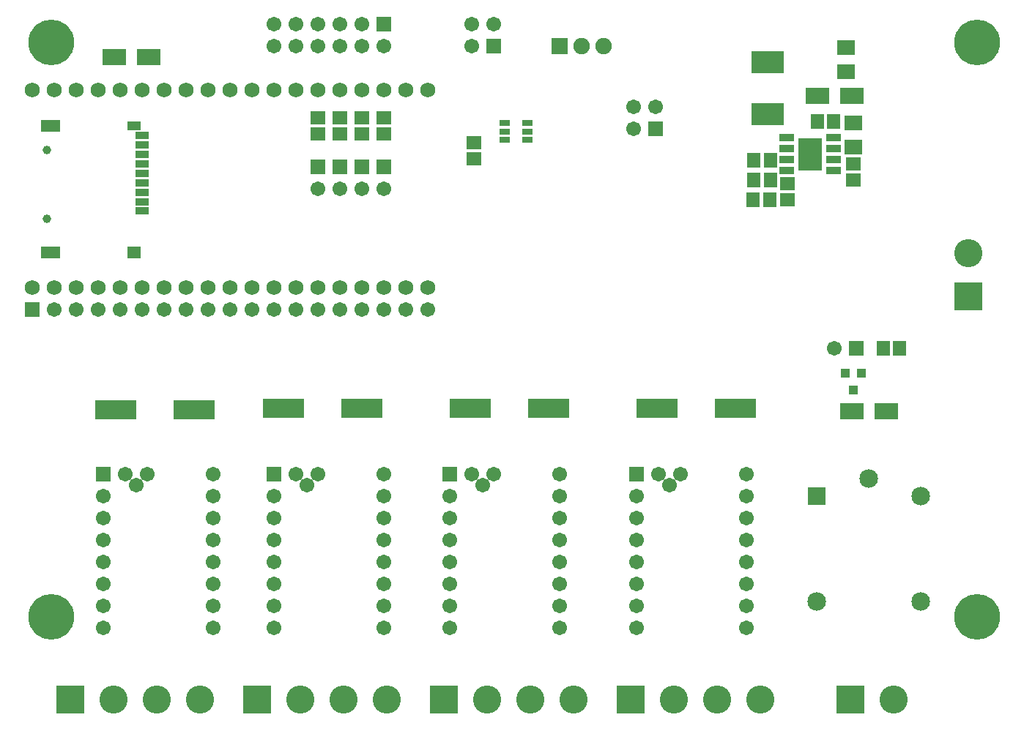
<source format=gbr>
G04 DipTrace 3.3.1.3*
G04 TopMask.gbr*
%MOIN*%
G04 #@! TF.FileFunction,Soldermask,Top*
G04 #@! TF.Part,Single*
%ADD57C,0.03937*%
%ADD70R,0.051339X0.031654*%
%ADD72R,0.111181X0.14622*%
%ADD74R,0.071024X0.032047*%
%ADD76C,0.067031*%
%ADD78R,0.067031X0.067031*%
%ADD80C,0.068031*%
%ADD82R,0.067087X0.059213*%
%ADD84R,0.039528X0.043465*%
%ADD86C,0.208031*%
%ADD88R,0.145827X0.100551*%
%ADD90R,0.084803X0.084803*%
%ADD92C,0.084803*%
%ADD94R,0.06315X0.039528*%
%ADD96R,0.06315X0.055276*%
%ADD98R,0.086772X0.055276*%
%ADD100R,0.059213X0.035591*%
%ADD102C,0.074961*%
%ADD104R,0.074961X0.074961*%
%ADD106C,0.067087*%
%ADD108R,0.067087X0.067087*%
%ADD110C,0.128031*%
%ADD112R,0.128031X0.128031*%
%ADD114R,0.106457X0.074961*%
%ADD116R,0.078898X0.071024*%
%ADD118R,0.059213X0.067087*%
%ADD120R,0.185197X0.090709*%
%FSLAX26Y26*%
G04*
G70*
G90*
G75*
G01*
G04 TopMask*
%LPD*%
D120*
X1181102Y1889764D3*
X826772D3*
X1943701Y1893701D3*
X1589370D3*
X2793701D3*
X2439370D3*
X3643701D3*
X3289370D3*
D118*
X4018701Y3201701D3*
X4093504D3*
D116*
X4180701Y3194701D3*
Y3084465D3*
X4147467Y3427722D3*
Y3537958D3*
D118*
X3803701Y3025701D3*
X3728898D3*
D114*
X818701Y3493701D3*
X976181D3*
X4018701Y3318701D3*
X4176181D3*
X4331201Y1881201D3*
X4173720D3*
D112*
X4706201Y2406201D3*
D110*
Y2603051D3*
D108*
X2543701Y3543701D3*
D106*
X2443701D3*
X2543701Y3643701D3*
X2443701D3*
D108*
X443701Y2343701D3*
D106*
X543701D3*
X643701D3*
X743701D3*
X843701D3*
X943701D3*
X1043701D3*
X1143701D3*
X1243701D3*
X1343701D3*
X1443701D3*
X1543701D3*
X1643701D3*
X1743701D3*
X1843701D3*
X1943701D3*
X2043701D3*
X2143701D3*
X2243701D3*
D108*
X2043701Y3643701D3*
D106*
Y3543701D3*
X1943701Y3643701D3*
Y3543701D3*
X1843701Y3643701D3*
Y3543701D3*
X1743701Y3643701D3*
Y3543701D3*
X1643701Y3643701D3*
Y3543701D3*
X1543701Y3643701D3*
Y3543701D3*
D104*
X2843701D3*
D102*
X2943701D3*
X3043701D3*
D100*
X943701Y2793701D3*
Y2837008D3*
Y2880315D3*
Y2923622D3*
Y2966929D3*
Y3010236D3*
Y3053543D3*
Y3096850D3*
Y3140157D3*
D98*
X528346Y2605512D3*
D96*
X910236D3*
D94*
Y3183465D3*
D98*
X528346D3*
D57*
X512598Y3072835D3*
Y2757874D3*
D108*
X2043701Y2993701D3*
D106*
Y2893701D3*
D108*
X1943701Y2993701D3*
D106*
Y2893701D3*
D108*
X1843701Y2993701D3*
D106*
Y2893701D3*
D108*
X1743701Y2993701D3*
D106*
Y2893701D3*
D108*
X4193701Y2168701D3*
D106*
X4093701D3*
D92*
X4251969Y1574803D3*
D90*
X4015748Y1496063D3*
D92*
X4488189D3*
X4015748Y1015748D3*
X4488189D3*
D88*
X3791255Y3233992D3*
Y3472181D3*
D86*
X531496Y944882D3*
X4744094Y3562992D3*
X531496D3*
X4744094Y944882D3*
D84*
X4218701Y2056201D3*
X4143898D3*
X4181299Y1977461D3*
D82*
X2456201Y3106201D3*
Y3031398D3*
X2043701Y3143701D3*
Y3218504D3*
X1943701Y3143701D3*
Y3218504D3*
X1843701Y3143701D3*
Y3218504D3*
D118*
X4318701Y2168701D3*
X4393504D3*
D82*
X1743701Y3143701D3*
Y3218504D3*
X3881701Y2843701D3*
Y2918504D3*
D118*
X3725701Y2843701D3*
X3800504D3*
D82*
X4180701Y2934701D3*
Y3009504D3*
D118*
X3803701Y2934701D3*
X3728898D3*
D112*
X4168701Y568701D3*
D110*
X4365551D3*
D112*
X618701D3*
D110*
X815551D3*
X1012402D3*
X1209252D3*
D112*
X1468701D3*
D110*
X1665551D3*
X1862402D3*
X2059252D3*
D112*
X2318701D3*
D110*
X2515551D3*
X2712402D3*
X2909252D3*
D112*
X3168701D3*
D110*
X3365551D3*
X3562402D3*
X3759252D3*
D80*
X443701Y3343701D3*
X543701D3*
X643701D3*
X743701D3*
X843701D3*
X943701D3*
X1043701D3*
X1143701D3*
X1243701D3*
X1343701D3*
X1443701D3*
X1543701D3*
X1643701D3*
X1743701D3*
X1843701D3*
X1943701D3*
X2043701D3*
X2143701D3*
X2243701D3*
X443701Y2443701D3*
X543701D3*
X643701D3*
X743701D3*
X843701D3*
X943701D3*
X1043701D3*
X1143701D3*
X1243701D3*
X1343701D3*
X1443701D3*
X1543701D3*
X1643701D3*
X1743701D3*
X1843701D3*
X1943701D3*
X2043701D3*
X2143701D3*
X2243701D3*
D78*
X768701Y1593701D3*
D76*
Y1493701D3*
Y1393701D3*
Y1293701D3*
Y1193701D3*
Y1093701D3*
Y993701D3*
Y893701D3*
X1268701D3*
Y993701D3*
Y1093701D3*
Y1193701D3*
Y1293701D3*
Y1393701D3*
Y1493701D3*
Y1593701D3*
X868701D3*
X918701Y1543701D3*
X968701Y1593701D3*
D78*
X1543701D3*
D76*
Y1493701D3*
Y1393701D3*
Y1293701D3*
Y1193701D3*
Y1093701D3*
Y993701D3*
Y893701D3*
X2043701D3*
Y993701D3*
Y1093701D3*
Y1193701D3*
Y1293701D3*
Y1393701D3*
Y1493701D3*
Y1593701D3*
X1643701D3*
X1693701Y1543701D3*
X1743701Y1593701D3*
D78*
X2343701D3*
D76*
Y1493701D3*
Y1393701D3*
Y1293701D3*
Y1193701D3*
Y1093701D3*
Y993701D3*
Y893701D3*
X2843701D3*
Y993701D3*
Y1093701D3*
Y1193701D3*
Y1293701D3*
Y1393701D3*
Y1493701D3*
Y1593701D3*
X2443701D3*
X2493701Y1543701D3*
X2543701Y1593701D3*
D78*
X3193701D3*
D76*
Y1493701D3*
Y1393701D3*
Y1293701D3*
Y1193701D3*
Y1093701D3*
Y993701D3*
Y893701D3*
X3693701D3*
Y993701D3*
Y1093701D3*
Y1193701D3*
Y1293701D3*
Y1393701D3*
Y1493701D3*
Y1593701D3*
X3293701D3*
X3343701Y1543701D3*
X3393701Y1593701D3*
D74*
X3878745Y3127753D3*
Y3077753D3*
Y3027753D3*
Y2977753D3*
X4091344D3*
Y3027753D3*
Y3077753D3*
Y3127753D3*
D72*
X3985045Y3052753D3*
D70*
X2593701Y3193701D3*
Y3156299D3*
Y3118898D3*
X2700000D3*
Y3156299D3*
Y3193701D3*
D108*
X3281201Y3168701D3*
D106*
X3181201D3*
X3281201Y3268701D3*
X3181201D3*
M02*

</source>
